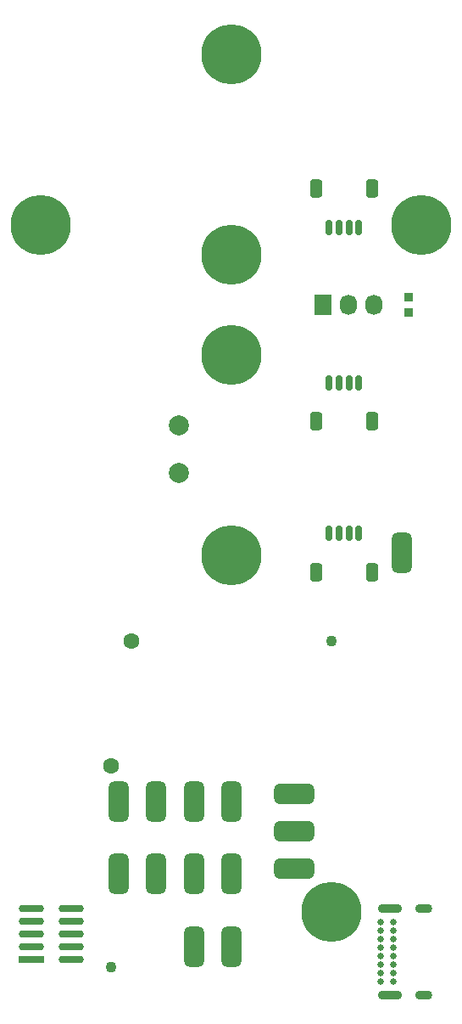
<source format=gbr>
%TF.GenerationSoftware,KiCad,Pcbnew,7.0.6*%
%TF.CreationDate,2023-08-09T14:48:54+09:30*%
%TF.ProjectId,backplane,6261636b-706c-4616-9e65-2e6b69636164,V1.0*%
%TF.SameCoordinates,Original*%
%TF.FileFunction,Soldermask,Bot*%
%TF.FilePolarity,Negative*%
%FSLAX46Y46*%
G04 Gerber Fmt 4.6, Leading zero omitted, Abs format (unit mm)*
G04 Created by KiCad (PCBNEW 7.0.6) date 2023-08-09 14:48:54*
%MOMM*%
%LPD*%
G01*
G04 APERTURE LIST*
G04 Aperture macros list*
%AMRoundRect*
0 Rectangle with rounded corners*
0 $1 Rounding radius*
0 $2 $3 $4 $5 $6 $7 $8 $9 X,Y pos of 4 corners*
0 Add a 4 corners polygon primitive as box body*
4,1,4,$2,$3,$4,$5,$6,$7,$8,$9,$2,$3,0*
0 Add four circle primitives for the rounded corners*
1,1,$1+$1,$2,$3*
1,1,$1+$1,$4,$5*
1,1,$1+$1,$6,$7*
1,1,$1+$1,$8,$9*
0 Add four rect primitives between the rounded corners*
20,1,$1+$1,$2,$3,$4,$5,0*
20,1,$1+$1,$4,$5,$6,$7,0*
20,1,$1+$1,$6,$7,$8,$9,0*
20,1,$1+$1,$8,$9,$2,$3,0*%
G04 Aperture macros list end*
%ADD10RoundRect,0.500000X0.500000X1.500000X-0.500000X1.500000X-0.500000X-1.500000X0.500000X-1.500000X0*%
%ADD11C,6.000000*%
%ADD12C,1.100000*%
%ADD13C,1.600000*%
%ADD14C,0.650000*%
%ADD15O,2.400000X0.900000*%
%ADD16O,1.700000X0.900000*%
%ADD17RoundRect,0.500000X-0.500000X-1.500000X0.500000X-1.500000X0.500000X1.500000X-0.500000X1.500000X0*%
%ADD18RoundRect,0.249600X-0.350400X-0.650400X0.350400X-0.650400X0.350400X0.650400X-0.350400X0.650400X0*%
%ADD19RoundRect,0.150000X-0.150000X-0.625000X0.150000X-0.625000X0.150000X0.625000X-0.150000X0.625000X0*%
%ADD20RoundRect,0.227500X0.237500X-0.227500X0.237500X0.227500X-0.237500X0.227500X-0.237500X-0.227500X0*%
%ADD21R,1.727200X2.032000*%
%ADD22O,1.727200X2.032000*%
%ADD23R,2.500000X0.750000*%
%ADD24O,2.500000X0.750000*%
%ADD25RoundRect,0.500000X-1.500000X0.500000X-1.500000X-0.500000X1.500000X-0.500000X1.500000X0.500000X0*%
%ADD26C,2.000000*%
%ADD27RoundRect,0.249600X0.350400X0.650400X-0.350400X0.650400X-0.350400X-0.650400X0.350400X-0.650400X0*%
%ADD28RoundRect,0.150000X0.150000X0.625000X-0.150000X0.625000X-0.150000X-0.625000X0.150000X-0.625000X0*%
G04 APERTURE END LIST*
D10*
%TO.C,P18*%
X119250000Y-143000000D03*
%TD*%
%TO.C,P17*%
X123000000Y-143000000D03*
%TD*%
D11*
%TO.C,MNT2*%
X142000000Y-71000000D03*
%TD*%
D12*
%TO.C,X1*%
X111000000Y-145000000D03*
D13*
X111000000Y-125000000D03*
%TD*%
D11*
%TO.C,MNT3*%
X104000000Y-71000000D03*
%TD*%
D14*
%TO.C,J1*%
X137900000Y-146475000D03*
X137900000Y-145625000D03*
X137900000Y-144775000D03*
X137900000Y-143925000D03*
X137900000Y-143075000D03*
X137900000Y-142225000D03*
X137900000Y-141375000D03*
X137900000Y-140525000D03*
X139225000Y-140520000D03*
X139225000Y-141370000D03*
X139225000Y-142220000D03*
X139225000Y-143070000D03*
X139225000Y-143920000D03*
X139225000Y-144770000D03*
X139225000Y-145620000D03*
X139225000Y-146475000D03*
D15*
X138880000Y-147825000D03*
D16*
X142260000Y-147825000D03*
D15*
X138880000Y-139175000D03*
D16*
X142260000Y-139175000D03*
%TD*%
D11*
%TO.C,MNT1*%
X133000000Y-139500000D03*
%TD*%
D12*
%TO.C,X3*%
X133000000Y-112500000D03*
D13*
X113000000Y-112500000D03*
%TD*%
D17*
%TO.C,P14*%
X123000000Y-128500000D03*
%TD*%
D18*
%TO.C,P2*%
X131450000Y-67375000D03*
X137050000Y-67375000D03*
D19*
X132750000Y-71250000D03*
X133750000Y-71250000D03*
X134750000Y-71250000D03*
X135750000Y-71250000D03*
%TD*%
D20*
%TO.C,D1*%
X140750000Y-78240000D03*
X140750000Y-79760000D03*
%TD*%
D11*
%TO.C,MNT4*%
X123000000Y-104000000D03*
%TD*%
D17*
%TO.C,P8*%
X115500000Y-135750000D03*
%TD*%
D11*
%TO.C,MNT7*%
X123000000Y-54000000D03*
%TD*%
D21*
%TO.C,P10*%
X132170000Y-79000000D03*
D22*
X134710000Y-79000000D03*
X137250000Y-79000000D03*
%TD*%
D23*
%TO.C,X2*%
X103000000Y-144250000D03*
D24*
X107000000Y-144250000D03*
X103000000Y-142980000D03*
X107000000Y-142980000D03*
X103000000Y-141710000D03*
X107000000Y-141710000D03*
X103000000Y-140440000D03*
X107000000Y-140440000D03*
X103000000Y-139170000D03*
X107000000Y-139170000D03*
%TD*%
D17*
%TO.C,P9*%
X111750000Y-135750000D03*
%TD*%
D25*
%TO.C,P5*%
X129250000Y-135250000D03*
%TD*%
D26*
%TO.C,TEST1*%
X117750000Y-95750000D03*
%TD*%
D17*
%TO.C,P12*%
X119250000Y-128500000D03*
%TD*%
D11*
%TO.C,MNT6*%
X123000000Y-84000000D03*
%TD*%
D17*
%TO.C,P11*%
X111750000Y-128500000D03*
%TD*%
D25*
%TO.C,P16*%
X129250000Y-131500000D03*
%TD*%
D11*
%TO.C,MNT5*%
X123000000Y-74000000D03*
%TD*%
D27*
%TO.C,P3*%
X137050000Y-90625000D03*
X131450000Y-90625000D03*
D28*
X135750000Y-86750000D03*
X134750000Y-86750000D03*
X133750000Y-86750000D03*
X132750000Y-86750000D03*
%TD*%
D25*
%TO.C,P15*%
X129250000Y-127750000D03*
%TD*%
D17*
%TO.C,P1*%
X140000000Y-103750000D03*
%TD*%
%TO.C,P13*%
X115500000Y-128500000D03*
%TD*%
D27*
%TO.C,P4*%
X137050000Y-105625000D03*
X131450000Y-105625000D03*
D28*
X135750000Y-101750000D03*
X134750000Y-101750000D03*
X133750000Y-101750000D03*
X132750000Y-101750000D03*
%TD*%
D17*
%TO.C,P7*%
X119250000Y-135750000D03*
%TD*%
D26*
%TO.C,TEST2*%
X117750000Y-91000000D03*
%TD*%
D17*
%TO.C,P6*%
X123000000Y-135750000D03*
%TD*%
M02*

</source>
